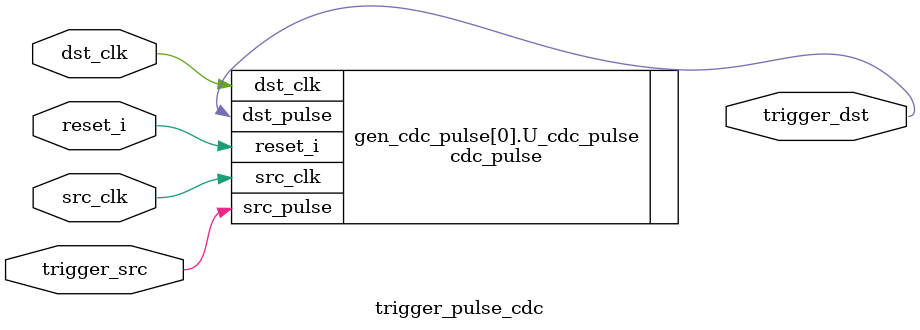
<source format=v>
`include "includes.v"
`timescale 1 ns / 1 ps
`default_nettype none

/***********************************************************************
This file is part of the ChipWhisperer Project. See www.newae.com for more
details, or the codebase at http://www.chipwhisperer.com

Copyright (c) 2022, NewAE Technology Inc. All rights reserved.
Author: Jean-Pierre Thibault <jpthibault@newae.com>

  chipwhisperer is free software: you can redistribute it and/or modify
  it under the terms of the GNU General Public License as published by
  the Free Software Foundation, either version 3 of the License, or
  (at your option) any later version.

  chipwhisperer is distributed in the hope that it will be useful,
  but WITHOUT ANY WARRANTY; without even the implied warranty of
  MERCHANTABILITY or FITNESS FOR A PARTICULAR PURPOSE.  See the
  GNU Lesser General Public License for more details.

  You should have received a copy of the GNU General Public License
  along with chipwhisperer.  If not, see <http://www.gnu.org/licenses/>.
*************************************************************************/

module trigger_pulse_cdc #(
    parameter pWIDTH = 1
)(
    input  wire                 reset_i,
    input  wire                 src_clk,
    input  wire                 dst_clk,
    input  wire [pWIDTH-1:0]    trigger_src,
    output wire [pWIDTH-1:0]    trigger_dst
);

genvar i;
generate
    for (i = 0; i < pWIDTH; i = i + 1) begin: gen_cdc_pulse
        cdc_pulse U_cdc_pulse (
           .reset_i       (reset_i),
           .src_clk       (src_clk),
           .src_pulse     (trigger_src[i]),
           .dst_clk       (dst_clk),
           .dst_pulse     (trigger_dst[i])
        );
    end
endgenerate


endmodule
`default_nettype wire

</source>
